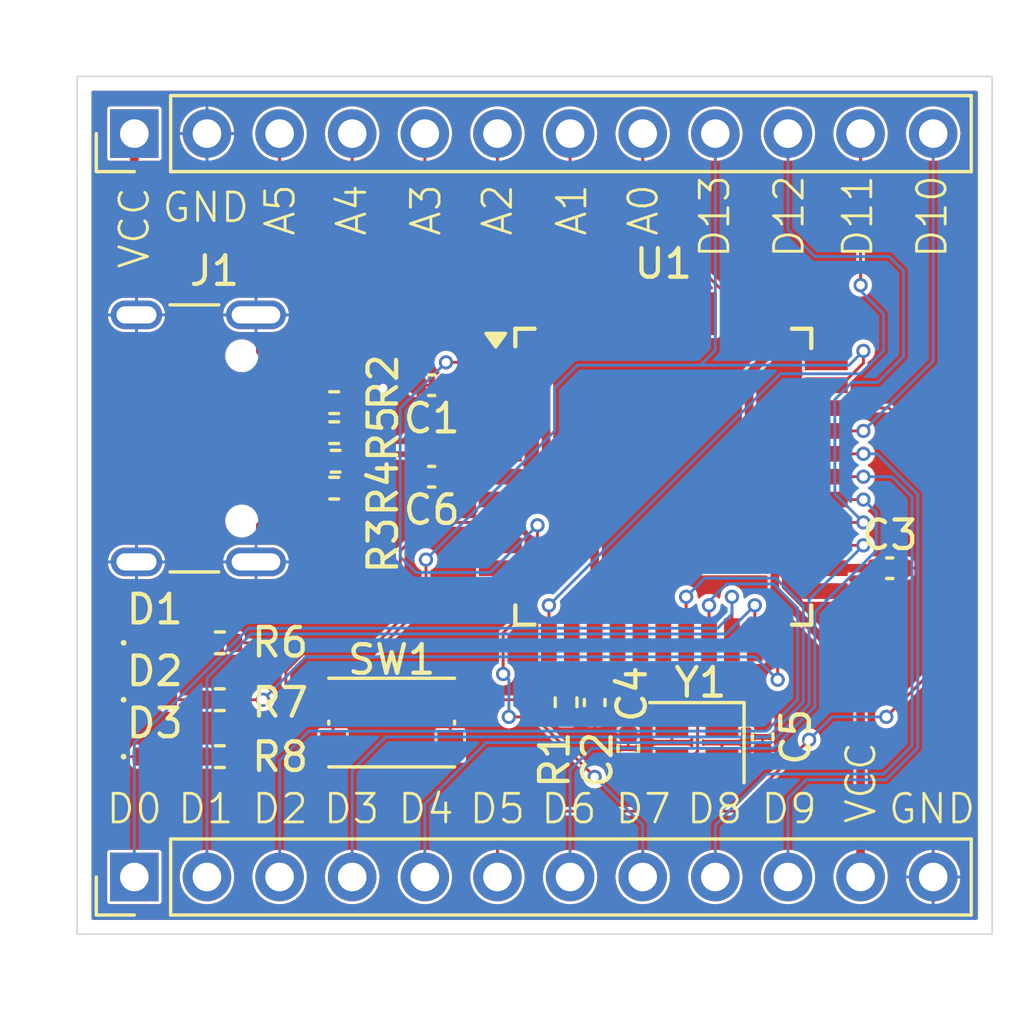
<source format=kicad_pcb>
(kicad_pcb (version 20240108) (generator "pcbnew") (generator_version "8.0")
  (layers (0 "F.Cu" signal) (31 "B.Cu" signal) (34 "B.Paste" user) (35 "F.Paste" user) (36 "B.SilkS" user "B.Silkscreen") (37 "F.SilkS" user "F.Silkscreen") (38 "B.Mask" user) (39 "F.Mask" user) (44 "Edge.Cuts" user))
  (net 0 "")
  (net 1 "VCC")
  (net 2 "GND")
  (net 3 "Net-(U1-XTAL2)")
  (net 4 "Net-(U1-XTAL1)")
  (net 5 "Net-(U1-UCAP)")
  (net 6 "Net-(D1-A)")
  (net 7 "Net-(D2-A)")
  (net 8 "Net-(D3-A)")
  (net 9 "Net-(J1-D--PadA7)")
  (net 10 "Net-(J1-D+-PadA6)")
  (net 12 "Net-(J1-CC1)")
  (net 14 "Net-(J1-CC2)")
  (net 15 "/D6")
  (net 16 "/D5")
  (net 17 "/D0")
  (net 18 "/D9")
  (net 19 "/D4")
  (net 20 "/D8")
  (net 21 "/D3")
  (net 22 "/D7")
  (net 23 "/D1")
  (net 24 "/D2")
  (net 25 "/D11")
  (net 26 "/A5")
  (net 27 "/A0")
  (net 28 "/A4")
  (net 29 "/D12")
  (net 30 "/A3")
  (net 31 "/A2")
  (net 32 "/D10")
  (net 33 "/A1")
  (net 34 "/D13")
  (net 35 "Net-(U1-~{RESET})")
  (net 36 "/D+")
  (net 37 "/D-")
  (net 38 "/RX_LED")
  (net 39 "/TX_LED")
  (footprint "LED_SMD:LED_0402_1005Metric" (layer "F.Cu") (at 42.715 46.8)
    (property "Reference" "D2" (at 0 -1 0) (layer "F.SilkS"))
    (property "Value" "BLUE")
    (pad "1" smd roundrect (at -0.485 0) (size 0.59 0.64) (layers "F.Cu" "F.Paste" "F.Mask") (net 2 "GND"))
    (pad "2" smd roundrect (at 0.485 0) (size 0.59 0.64) (layers "F.Cu" "F.Paste" "F.Mask") (net 7 "Net-(D2-A)"))
  )
  (footprint "Capacitor_SMD:C_0402_1005Metric" (layer "F.Cu") (at 63.975 48.099999 -90)
    (property "Reference" "C5" (at 0 -1.16 90) (layer "F.SilkS"))
    (property "Value" "22p")
    (pad "1" smd roundrect (at -0.48 0 270) (size 0.56 0.62) (layers "F.Cu" "F.Paste" "F.Mask") (net 4 "Net-(U1-XTAL1)"))
    (pad "2" smd roundrect (at 0.48 0 270) (size 0.56 0.62) (layers "F.Cu" "F.Paste" "F.Mask") (net 2 "GND"))
  )
  (footprint "LED_SMD:LED_0402_1005Metric" (layer "F.Cu") (at 42.715 48.79)
    (property "Reference" "D3" (at 0 -1.17 0) (layer "F.SilkS"))
    (property "Value" "BLUE")
    (pad "1" smd roundrect (at -0.485 0) (size 0.59 0.64) (layers "F.Cu" "F.Paste" "F.Mask") (net 2 "GND"))
    (pad "2" smd roundrect (at 0.485 0) (size 0.59 0.64) (layers "F.Cu" "F.Paste" "F.Mask") (net 8 "Net-(D3-A)"))
  )
  (footprint "Capacitor_SMD:C_0402_1005Metric" (layer "F.Cu") (at 58.1 46.9 -90)
    (property "Reference" "C2" (at 2 -0.1 90) (layer "F.SilkS"))
    (property "Value" "100n")
    (pad "1" smd roundrect (at -0.48 0 270) (size 0.56 0.62) (layers "F.Cu" "F.Paste" "F.Mask") (net 1 "VCC"))
    (pad "2" smd roundrect (at 0.48 0 270) (size 0.56 0.62) (layers "F.Cu" "F.Paste" "F.Mask") (net 2 "GND"))
  )
  (footprint "Connector_PinHeader_2.54mm:PinHeader_1x12_P2.54mm_Vertical" (layer "F.Cu") (at 42 53 90)
    (property "Reference" "J2" (hide yes))
    (property "Value" "Conn_01x12")
    (pad "1" thru_hole rect (at 0 0 90) (size 1.7 1.7) (drill 1) (layers "*.Cu" "*.Mask") (net 17 "/D0"))
    (pad "2" thru_hole oval (at 0 2.54 90) (size 1.7 1.7) (drill 1) (layers "*.Cu" "*.Mask") (net 23 "/D1"))
    (pad "3" thru_hole oval (at 0 5.079999 90) (size 1.7 1.7) (drill 1) (layers "*.Cu" "*.Mask") (net 24 "/D2"))
    (pad "4" thru_hole oval (at 0 7.62 90) (size 1.7 1.7) (drill 1) (layers "*.Cu" "*.Mask") (net 21 "/D3"))
    (pad "5" thru_hole oval (at 0 10.16 90) (size 1.7 1.7) (drill 1) (layers "*.Cu" "*.Mask") (net 19 "/D4"))
    (pad "6" thru_hole oval (at 0 12.7 90) (size 1.7 1.7) (drill 1) (layers "*.Cu" "*.Mask") (net 16 "/D5"))
    (pad "7" thru_hole oval (at 0 15.24 90) (size 1.7 1.7) (drill 1) (layers "*.Cu" "*.Mask") (net 15 "/D6"))
    (pad "8" thru_hole oval (at 0 17.780001 90) (size 1.7 1.7) (drill 1) (layers "*.Cu" "*.Mask") (net 22 "/D7"))
    (pad "9" thru_hole oval (at 0 20.32 90) (size 1.7 1.7) (drill 1) (layers "*.Cu" "*.Mask") (net 20 "/D8"))
    (pad "10" thru_hole oval (at 0 22.86 90) (size 1.7 1.7) (drill 1) (layers "*.Cu" "*.Mask") (net 18 "/D9"))
    (pad "11" thru_hole oval (at 0 25.4 90) (size 1.7 1.7) (drill 1) (layers "*.Cu" "*.Mask") (net 1 "VCC"))
    (pad "12" thru_hole oval (at 0 27.939999 90) (size 1.7 1.7) (drill 1) (layers "*.Cu" "*.Mask") (net 2 "GND"))
  )
  (footprint "Capacitor_SMD:C_0402_1005Metric" (layer "F.Cu") (at 52.4 39 180)
    (property "Reference" "C6" (at 0 -1.16 360) (layer "F.SilkS"))
    (property "Value" "1u")
    (pad "1" smd roundrect (at -0.48 0 180) (size 0.56 0.62) (layers "F.Cu" "F.Paste" "F.Mask") (net 5 "Net-(U1-UCAP)"))
    (pad "2" smd roundrect (at 0.48 0 180) (size 0.56 0.62) (layers "F.Cu" "F.Paste" "F.Mask") (net 2 "GND"))
  )
  (footprint "Capacitor_SMD:C_0402_1005Metric" (layer "F.Cu") (at 59.275 48.5 90)
    (property "Reference" "C4" (at 1.9 0.125 90) (layer "F.SilkS"))
    (property "Value" "22p")
    (pad "1" smd roundrect (at -0.48 0 90) (size 0.56 0.62) (layers "F.Cu" "F.Paste" "F.Mask") (net 3 "Net-(U1-XTAL2)"))
    (pad "2" smd roundrect (at 0.48 0 90) (size 0.56 0.62) (layers "F.Cu" "F.Paste" "F.Mask") (net 2 "GND"))
  )
  (footprint "Resistor_SMD:R_0402_1005Metric" (layer "F.Cu") (at 44.99 46.8 180)
    (property "Reference" "R7" (at -2.11 -0.1 360) (layer "F.SilkS"))
    (property "Value" "330")
    (pad "1" smd roundrect (at -0.509999 0 180) (size 0.54 0.64) (layers "F.Cu" "F.Paste" "F.Mask") (net 39 "/TX_LED"))
    (pad "2" smd roundrect (at 0.509999 0 180) (size 0.54 0.64) (layers "F.Cu" "F.Paste" "F.Mask") (net 7 "Net-(D2-A)"))
  )
  (footprint "Crystal:Crystal_SMD_2520-4Pin_2.5x2.0mm" (layer "F.Cu") (at 61.675 48.3 180)
    (property "Reference" "Y1" (at -0.125 2.1 360) (layer "F.SilkS"))
    (property "Value" "16M")
    (pad "1" smd rect (at -0.875 0.7 180) (size 1.15 1) (layers "F.Cu" "F.Paste" "F.Mask") (net 4 "Net-(U1-XTAL1)"))
    (pad "2" smd rect (at 0.875 0.7 180) (size 1.15 1) (layers "F.Cu" "F.Paste" "F.Mask") (net 2 "GND"))
    (pad "3" smd rect (at 0.875 -0.7 180) (size 1.15 1) (layers "F.Cu" "F.Paste" "F.Mask") (net 3 "Net-(U1-XTAL2)"))
    (pad "4" smd rect (at -0.875 -0.7 180) (size 1.15 1) (layers "F.Cu" "F.Paste" "F.Mask") (net 2 "GND"))
  )
  (footprint "Capacitor_SMD:C_0402_1005Metric" (layer "F.Cu") (at 52.4 35.8 180)
    (property "Reference" "C1" (at 0 -1.16 360) (layer "F.SilkS"))
    (property "Value" "100n")
    (pad "1" smd roundrect (at -0.48 0 180) (size 0.56 0.62) (layers "F.Cu" "F.Paste" "F.Mask") (net 1 "VCC"))
    (pad "2" smd roundrect (at 0.48 0 180) (size 0.56 0.62) (layers "F.Cu" "F.Paste" "F.Mask") (net 2 "GND"))
  )
  (footprint "Resistor_SMD:R_0402_1005Metric" (layer "F.Cu") (at 48.990001 36.409999)
    (property "Reference" "R2" (at 1.709999 -0.709999 90) (layer "F.SilkS"))
    (property "Value" "5.1k")
    (pad "1" smd roundrect (at -0.509999 0) (size 0.54 0.64) (layers "F.Cu" "F.Paste" "F.Mask") (net 12 "Net-(J1-CC1)"))
    (pad "2" smd roundrect (at 0.509999 0) (size 0.54 0.64) (layers "F.Cu" "F.Paste" "F.Mask") (net 2 "GND"))
  )
  (footprint "Connector_USB:USB_C_Receptacle_GCT_USB4105-xx-A_16P_TopMnt_Horizontal" (layer "F.Cu") (at 43.15 37.66 -90)
    (property "Reference" "J1" (at -5.86 -1.65 0) (layer "F.SilkS"))
    (property "Value" "USB_C_Receptacle_USB2.0_16P")
    (pad "" np_thru_hole circle (at -2.89 -2.605 270) (size 0.65 0.65) (drill 0.65) (layers "F&B.Cu" "*.Mask"))
    (pad "" np_thru_hole circle (at 2.89 -2.605 270) (size 0.65 0.65) (drill 0.65) (layers "F&B.Cu" "*.Mask"))
    (pad "A1" smd roundrect (at -3.2 -3.68 270) (size 0.6 1.15) (layers "F.Cu" "F.Paste" "F.Mask") (net 2 "GND"))
    (pad "A4" smd roundrect (at -2.4 -3.68 270) (size 0.6 1.15) (layers "F.Cu" "F.Paste" "F.Mask") (net 1 "VCC"))
    (pad "A5" smd roundrect (at -1.25 -3.679999 270) (size 0.3 1.15) (layers "F.Cu" "F.Paste" "F.Mask") (net 12 "Net-(J1-CC1)"))
    (pad "A6" smd roundrect (at -0.25 -3.68 270) (size 0.3 1.15) (layers "F.Cu" "F.Paste" "F.Mask") (net 10 "Net-(J1-D+-PadA6)"))
    (pad "A7" smd roundrect (at 0.25 -3.68 270) (size 0.3 1.15) (layers "F.Cu" "F.Paste" "F.Mask") (net 9 "Net-(J1-D--PadA7)"))
    (pad "A8" smd roundrect (at 1.25 -3.679999 270) (size 0.3 1.15) (layers "F.Cu" "F.Paste" "F.Mask"))
    (pad "A9" smd roundrect (at 2.4 -3.68 270) (size 0.6 1.15) (layers "F.Cu" "F.Paste" "F.Mask") (net 1 "VCC"))
    (pad "A12" smd roundrect (at 3.2 -3.68 270) (size 0.6 1.15) (layers "F.Cu" "F.Paste" "F.Mask") (net 2 "GND"))
    (pad "B1" smd roundrect (at 3.2 -3.68 270) (size 0.6 1.15) (layers "F.Cu" "F.Paste" "F.Mask") (net 2 "GND"))
    (pad "B4" smd roundrect (at 2.4 -3.68 270) (size 0.6 1.15) (layers "F.Cu" "F.Paste" "F.Mask") (net 1 "VCC"))
    (pad "B5" smd roundrect (at 1.75 -3.68 270) (size 0.3 1.15) (layers "F.Cu" "F.Paste" "F.Mask") (net 14 "Net-(J1-CC2)"))
    (pad "B6" smd roundrect (at 0.75 -3.68 270) (size 0.3 1.15) (layers "F.Cu" "F.Paste" "F.Mask") (net 10 "Net-(J1-D+-PadA6)"))
    (pad "B7" smd roundrect (at -0.75 -3.68 270) (size 0.3 1.15) (layers "F.Cu" "F.Paste" "F.Mask") (net 9 "Net-(J1-D--PadA7)"))
    (pad "B8" smd roundrect (at -1.75 -3.68 270) (size 0.3 1.15) (layers "F.Cu" "F.Paste" "F.Mask"))
    (pad "B9" smd roundrect (at -2.4 -3.68 270) (size 0.6 1.15) (layers "F.Cu" "F.Paste" "F.Mask") (net 1 "VCC"))
    (pad "B12" smd roundrect (at -3.2 -3.68 270) (size 0.6 1.15) (layers "F.Cu" "F.Paste" "F.Mask") (net 2 "GND"))
    (pad "S1" thru_hole oval (at -4.32 -3.105 270) (size 1 2.1) (drill oval 0.6 1.7) (layers "*.Cu" "*.Mask" "F.Paste") (net 2 "GND"))
    (pad "S1" thru_hole oval (at -4.32 1.075 270) (size 1 1.8) (drill oval 0.6 1.4) (layers "*.Cu" "*.Mask" "F.Paste") (net 2 "GND"))
    (pad "S1" thru_hole oval (at 4.32 -3.105 270) (size 1 2.1) (drill oval 0.6 1.7) (layers "*.Cu" "*.Mask" "F.Paste") (net 2 "GND"))
    (pad "S1" thru_hole oval (at 4.32 1.075 270) (size 1 1.8) (drill oval 0.6 1.4) (layers "*.Cu" "*.Mask" "F.Paste") (net 2 "GND"))
  )
  (footprint "Resistor_SMD:R_0402_1005Metric" (layer "F.Cu") (at 57.1 46.890001 -90)
    (property "Reference" "R1" (at 2.009999 0.4 90) (layer "F.SilkS"))
    (property "Value" "10k")
    (pad "1" smd roundrect (at -0.509999 0 270) (size 0.54 0.64) (layers "F.Cu" "F.Paste" "F.Mask") (net 35 "Net-(U1-~{RESET})"))
    (pad "2" smd roundrect (at 0.509999 0 270) (size 0.54 0.64) (layers "F.Cu" "F.Paste" "F.Mask") (net 1 "VCC"))
  )
  (footprint "Resistor_SMD:R_0402_1005Metric" (layer "F.Cu") (at 44.99 44.81 180)
    (property "Reference" "R6" (at -2.11 0.01 360) (layer "F.SilkS"))
    (property "Value" "330")
    (pad "1" smd roundrect (at -0.509999 0 180) (size 0.54 0.64) (layers "F.Cu" "F.Paste" "F.Mask") (net 38 "/RX_LED"))
    (pad "2" smd roundrect (at 0.509999 0 180) (size 0.54 0.64) (layers "F.Cu" "F.Paste" "F.Mask") (net 6 "Net-(D1-A)"))
  )
  (footprint "Capacitor_SMD:C_0402_1005Metric" (layer "F.Cu") (at 68.42 42.2)
    (property "Reference" "C3" (at 0 -1.16 0) (layer "F.SilkS"))
    (property "Value" "100n")
    (pad "1" smd roundrect (at -0.48 0) (size 0.56 0.62) (layers "F.Cu" "F.Paste" "F.Mask") (net 1 "VCC"))
    (pad "2" smd roundrect (at 0.48 0) (size 0.56 0.62) (layers "F.Cu" "F.Paste" "F.Mask") (net 2 "GND"))
  )
  (footprint "Resistor_SMD:R_0402_1005Metric" (layer "F.Cu") (at 48.990001 37.46)
    (property "Reference" "R5" (at 1.709999 0.04 90) (layer "F.SilkS"))
    (property "Value" "22")
    (pad "1" smd roundrect (at -0.509999 0) (size 0.54 0.64) (layers "F.Cu" "F.Paste" "F.Mask") (net 10 "Net-(J1-D+-PadA6)"))
    (pad "2" smd roundrect (at 0.509999 0) (size 0.54 0.64) (layers "F.Cu" "F.Paste" "F.Mask") (net 37 "/D-"))
  )
  (footprint "Package_QFP:TQFP-44_10x10mm_P0.8mm" (layer "F.Cu") (at 60.5 39)
    (property "Reference" "U1" (at 0 -7.45 0) (layer "F.SilkS"))
    (property "Value" "ATmega32U4-A")
    (pad "1" smd rect (at -5.7 -4) (size 1.5 0.55) (layers "F.Cu" "F.Paste" "F.Mask") (net 22 "/D7"))
    (pad "2" smd rect (at -5.7 -3.2) (size 1.5 0.55) (layers "F.Cu" "F.Paste" "F.Mask") (net 1 "VCC"))
    (pad "3" smd rect (at -5.7 -2.4) (size 1.5 0.55) (layers "F.Cu" "F.Paste" "F.Mask") (net 37 "/D-"))
    (pad "4" smd rect (at -5.7 -1.6) (size 1.5 0.55) (layers "F.Cu" "F.Paste" "F.Mask") (net 36 "/D+"))
    (pad "5" smd rect (at -5.7 -0.8) (size 1.5 0.55) (layers "F.Cu" "F.Paste" "F.Mask") (net 2 "GND"))
    (pad "6" smd rect (at -5.7 0) (size 1.5 0.55) (layers "F.Cu" "F.Paste" "F.Mask") (net 5 "Net-(U1-UCAP)"))
    (pad "7" smd rect (at -5.7 0.8) (size 1.5 0.55) (layers "F.Cu" "F.Paste" "F.Mask") (net 1 "VCC"))
    (pad "8" smd rect (at -5.7 1.6) (size 1.5 0.55) (layers "F.Cu" "F.Paste" "F.Mask") (net 38 "/RX_LED"))
    (pad "9" smd rect (at -5.7 2.4) (size 1.5 0.55) (layers "F.Cu" "F.Paste" "F.Mask"))
    (pad "10" smd rect (at -5.7 3.2) (size 1.5 0.55) (layers "F.Cu" "F.Paste" "F.Mask"))
    (pad "11" smd rect (at -5.7 4) (size 1.5 0.55) (layers "F.Cu" "F.Paste" "F.Mask"))
    (pad "12" smd rect (at -4 5.7 90) (size 1.5 0.55) (layers "F.Cu" "F.Paste" "F.Mask") (net 25 "/D11"))
    (pad "13" smd rect (at -3.2 5.7 90) (size 1.5 0.55) (layers "F.Cu" "F.Paste" "F.Mask") (net 35 "Net-(U1-~{RESET})"))
    (pad "14" smd rect (at -2.4 5.7 90) (size 1.5 0.55) (layers "F.Cu" "F.Paste" "F.Mask") (net 1 "VCC"))
    (pad "15" smd rect (at -1.6 5.7 90) (size 1.5 0.55) (layers "F.Cu" "F.Paste" "F.Mask") (net 2 "GND"))
    (pad "16" smd rect (at -0.8 5.7 90) (size 1.5 0.55) (layers "F.Cu" "F.Paste" "F.Mask") (net 3 "Net-(U1-XTAL2)"))
    (pad "17" smd rect (at 0 5.7 90) (size 1.5 0.55) (layers "F.Cu" "F.Paste" "F.Mask") (net 4 "Net-(U1-XTAL1)"))
    (pad "18" smd rect (at 0.8 5.7 90) (size 1.5 0.55) (layers "F.Cu" "F.Paste" "F.Mask") (net 21 "/D3"))
    (pad "19" smd rect (at 1.6 5.7 90) (size 1.5 0.55) (layers "F.Cu" "F.Paste" "F.Mask") (net 24 "/D2"))
    (pad "20" smd rect (at 2.4 5.7 90) (size 1.5 0.55) (layers "F.Cu" "F.Paste" "F.Mask") (net 17 "/D0"))
    (pad "21" smd rect (at 3.2 5.7 90) (size 1.5 0.55) (layers "F.Cu" "F.Paste" "F.Mask") (net 23 "/D1"))
    (pad "22" smd rect (at 4 5.7 90) (size 1.5 0.55) (layers "F.Cu" "F.Paste" "F.Mask") (net 39 "/TX_LED"))
    (pad "23" smd rect (at 5.7 4) (size 1.5 0.55) (layers "F.Cu" "F.Paste" "F.Mask") (net 2 "GND"))
    (pad "24" smd rect (at 5.7 3.2) (size 1.5 0.55) (layers "F.Cu" "F.Paste" "F.Mask") (net 1 "VCC"))
    (pad "25" smd rect (at 5.7 2.4) (size 1.5 0.55) (layers "F.Cu" "F.Paste" "F.Mask") (net 19 "/D4"))
    (pad "26" smd rect (at 5.7 1.6) (size 1.5 0.55) (layers "F.Cu" "F.Paste" "F.Mask") (net 29 "/D12"))
    (pad "27" smd rect (at 5.7 0.8) (size 1.5 0.55) (layers "F.Cu" "F.Paste" "F.Mask") (net 15 "/D6"))
    (pad "28" smd rect (at 5.7 0) (size 1.5 0.55) (layers "F.Cu" "F.Paste" "F.Mask") (net 20 "/D8"))
    (pad "29" smd rect (at 5.7 -0.8) (size 1.5 0.55) (layers "F.Cu" "F.Paste" "F.Mask") (net 18 "/D9"))
    (pad "30" smd rect (at 5.7 -1.6) (size 1.5 0.55) (layers "F.Cu" "F.Paste" "F.Mask") (net 32 "/D10"))
    (pad "31" smd rect (at 5.7 -2.4) (size 1.5 0.55) (layers "F.Cu" "F.Paste" "F.Mask") (net 16 "/D5"))
    (pad "32" smd rect (at 5.7 -3.2) (size 1.5 0.55) (layers "F.Cu" "F.Paste" "F.Mask") (net 34 "/D13"))
    (pad "33" smd rect (at 5.7 -4) (size 1.5 0.55) (layers "F.Cu" "F.Paste" "F.Mask"))
    (pad "34" smd rect (at 4 -5.7 90) (size 1.5 0.55) (layers "F.Cu" "F.Paste" "F.Mask") (net 1 "VCC"))
    (pad "35" smd rect (at 3.2 -5.7 90) (size 1.5 0.55) (layers "F.Cu" "F.Paste" "F.Mask") (net 2 "GND"))
    (pad "36" smd rect (at 2.4 -5.7 90) (size 1.5 0.55) (layers "F.Cu" "F.Paste" "F.Mask") (net 27 "/A0"))
    (pad "37" smd rect (at 1.6 -5.7 90) (size 1.5 0.55) (layers "F.Cu" "F.Paste" "F.Mask") (net 33 "/A1"))
    (pad "38" smd rect (at 0.8 -5.7 90) (size 1.5 0.55) (layers "F.Cu" "F.Paste" "F.Mask") (net 31 "/A2"))
    (pad "39" smd rect (at 0 -5.7 90) (size 1.5 0.55) (layers "F.Cu" "F.Paste" "F.Mask") (net 30 "/A3"))
    (pad "40" smd rect (at -0.8 -5.7 90) (size 1.5 0.55) (layers "F.Cu" "F.Paste" "F.Mask") (net 28 "/A4"))
    (pad "41" smd rect (at -1.6 -5.7 90) (size 1.5 0.55) (layers "F.Cu" "F.Paste" "F.Mask") (net 26 "/A5"))
    (pad "42" smd rect (at -2.4 -5.7 90) (size 1.5 0.55) (layers "F.Cu" "F.Paste" "F.Mask"))
    (pad "43" smd rect (at -3.2 -5.7 90) (size 1.5 0.55) (layers "F.Cu" "F.Paste" "F.Mask") (net 2 "GND"))
    (pad "44" smd rect (at -4 -5.7 90) (size 1.5 0.55) (layers "F.Cu" "F.Paste" "F.Mask") (net 1 "VCC"))
  )
  (footprint "Button_Switch_SMD:SW_Push_1P1T_NO_CK_KMR2" (layer "F.Cu") (at 51 47.6 180)
    (property "Reference" "SW1" (at 0 2.2 360) (layer "F.SilkS"))
    (property "Value" "SW_Push")
    (pad "1" smd rect (at -2.049999 -0.8 180) (size 0.9 1) (layers "F.Cu" "F.Paste" "F.Mask") (net 2 "GND"))
    (pad "1" smd rect (at 2.049999 -0.8 180) (size 0.9 1) (layers "F.Cu" "F.Paste" "F.Mask") (net 2 "GND"))
    (pad "2" smd rect (at -2.049999 0.8 180) (size 0.9 1) (layers "F.Cu" "F.Paste" "F.Mask") (net 35 "Net-(U1-~{RESET})"))
    (pad "2" smd rect (at 2.049999 0.8 180) (size 0.9 1) (layers "F.Cu" "F.Paste" "F.Mask") (net 35 "Net-(U1-~{RESET})"))
  )
  (footprint "Connector_PinHeader_2.54mm:PinHeader_1x12_P2.54mm_Vertical" (layer "F.Cu") (at 42 27 90)
    (property "Reference" "J3" (hide yes))
    (property "Value" "Conn_01x12")
    (pad "1" thru_hole rect (at 0 0 90) (size 1.7 1.7) (drill 1) (layers "*.Cu" "*.Mask") (net 1 "VCC"))
    (pad "2" thru_hole oval (at 0 2.54 90) (size 1.7 1.7) (drill 1) (layers "*.Cu" "*.Mask") (net 2 "GND"))
    (pad "3" thru_hole oval (at 0 5.079999 90) (size 1.7 1.7) (drill 1) (layers "*.Cu" "*.Mask") (net 26 "/A5"))
    (pad "4" thru_hole oval (at 0 7.62 90) (size 1.7 1.7) (drill 1) (layers "*.Cu" "*.Mask") (net 28 "/A4"))
    (pad "5" thru_hole oval (at 0 10.16 90) (size 1.7 1.7) (drill 1) (layers "*.Cu" "*.Mask") (net 30 "/A3"))
    (pad "6" thru_hole oval (at 0 12.7 90) (size 1.7 1.7) (drill 1) (layers "*.Cu" "*.Mask") (net 31 "/A2"))
    (pad "7" thru_hole oval (at 0 15.24 90) (size 1.7 1.7) (drill 1) (layers "*.Cu" "*.Mask") (net 33 "/A1"))
    (pad "8" thru_hole oval (at 0 17.780001 90) (size 1.7 1.7) (drill 1) (layers "*.Cu" "*.Mask") (net 27 "/A0"))
    (pad "9" thru_hole oval (at 0 20.32 90) (size 1.7 1.7) (drill 1) (layers "*.Cu" "*.Mask") (net 34 "/D13"))
    (pad "10" thru_hole oval (at 0 22.86 90) (size 1.7 1.7) (drill 1) (layers "*.Cu" "*.Mask") (net 29 "/D12"))
    (pad "11" thru_hole oval (at 0 25.4 90) (size 1.7 1.7) (drill 1) (layers "*.Cu" "*.Mask") (net 25 "/D11"))
    (pad "12" thru_hole oval (at 0 27.939999 90) (size 1.7 1.7) (drill 1) (layers "*.Cu" "*.Mask") (net 32 "/D10"))
  )
  (footprint "Resistor_SMD:R_0402_1005Metric" (layer "F.Cu") (at 49.04 38.46)
    (property "Reference" "R4" (at 1.66 0.94 90) (layer "F.SilkS"))
    (property "Value" "22")
    (pad "1" smd roundrect (at -0.509999 0) (size 0.54 0.64) (layers "F.Cu" "F.Paste" "F.Mask") (net 9 "Net-(J1-D--PadA7)"))
    (pad "2" smd roundrect (at 0.509999 0) (size 0.54 0.64) (layers "F.Cu" "F.Paste" "F.Mask") (net 36 "/D+"))
  )
  (footprint "LED_SMD:LED_0402_1005Metric" (layer "F.Cu") (at 42.715 44.81)
    (property "Reference" "D1" (at 0 -1.17 0) (layer "F.SilkS"))
    (property "Value" "BLUE")
    (pad "1" smd roundrect (at -0.485 0) (size 0.59 0.64) (layers "F.Cu" "F.Paste" "F.Mask") (net 2 "GND"))
    (pad "2" smd roundrect (at 0.485 0) (size 0.59 0.64) (layers "F.Cu" "F.Paste" "F.Mask") (net 6 "Net-(D1-A)"))
  )
  (footprint "Resistor_SMD:R_0402_1005Metric" (layer "F.Cu") (at 44.99 48.79 180)
    (property "Reference" "R8" (at -2.11 -0.01 360) (layer "F.SilkS"))
    (property "Value" "330")
    (pad "1" smd roundrect (at -0.509999 0 180) (size 0.54 0.64) (layers "F.Cu" "F.Paste" "F.Mask") (net 34 "/D13"))
    (pad "2" smd roundrect (at 0.509999 0 180) (size 0.54 0.64) (layers "F.Cu" "F.Paste" "F.Mask") (net 8 "Net-(D3-A)"))
  )
  (footprint "Resistor_SMD:R_0402_1005Metric" (layer "F.Cu") (at 48.990001 39.4)
    (property "Reference" "R3" (at 1.709999 2 90) (layer "F.SilkS"))
    (property "Value" "5.1k")
    (pad "1" smd roundrect (at -0.509999 0) (size 0.54 0.64) (layers "F.Cu" "F.Paste" "F.Mask") (net 14 "Net-(J1-CC2)"))
    (pad "2" smd roundrect (at 0.509999 0) (size 0.54 0.64) (layers "F.Cu" "F.Paste" "F.Mask") (net 2 "GND"))
  )
  (gr_rect (start 40 25) (end 72 55) (stroke (width 0.05)) (fill none) (layer "Edge.Cuts"))
  (gr_text "D10" (at 69.9 29.9 90) (layer "F.SilkS") (effects (font (size 1 1) (thickness 0.1))))
  (gr_text "GND" (at 44.5 29 0) (layer "F.SilkS") (effects (font (size 1 1) (thickness 0.1)) (justify top)))
  (gr_text "VCC" (at 68 49.7 90) (layer "F.SilkS") (effects (font (size 1 1) (thickness 0.1)) (justify bottom)))
  (gr_text "D0" (at 42 51.2 0) (layer "F.SilkS") (effects (font (size 1 1) (thickness 0.1)) (justify bottom)))
  (gr_text "A0" (at 59.8 28.7 90) (layer "F.SilkS") (effects (font (size 1 1) (thickness 0.1)) (justify right)))
  (gr_text "A4" (at 49.6 28.7 90) (layer "F.SilkS") (effects (font (size 1 1) (thickness 0.1)) (justify right)))
  (gr_text "D11" (at 67.3 29.9 90) (layer "F.SilkS") (effects (font (size 1 1) (thickness 0.1))))
  (gr_text "D13" (at 62.3 29.9 90) (layer "F.SilkS") (effects (font (size 1 1) (thickness 0.1))))
  (gr_text "D12" (at 64.9 29.9 90) (layer "F.SilkS") (effects (font (size 1 1) (thickness 0.1))))
  (gr_text "VCC" (at 42 28.8 90) (layer "F.SilkS") (effects (font (size 1 1) (thickness 0.1)) (justify right)))
  (gr_text "D7" (at 59.8 51.2 0) (layer "F.SilkS") (effects (font (size 1 1) (thickness 0.1)) (justify bottom)))
  (gr_text "D3" (at 49.6 51.2 0) (layer "F.SilkS") (effects (font (size 1 1) (thickness 0.1)) (justify bottom)))
  (gr_text "A3" (at 52.2 28.7 90) (layer "F.SilkS") (effects (font (size 1 1) (thickness 0.1)) (justify right)))
  (gr_text "D1" (at 44.5 51.2 0) (layer "F.SilkS") (effects (font (size 1 1) (thickness 0.1)) (justify bottom)))
  (gr_text "A1" (at 57.3 28.7 90) (layer "F.SilkS") (effects (font (size 1 1) (thickness 0.1)) (justify right)))
  (gr_text "A2" (at 54.7 28.7 90) (layer "F.SilkS") (effects (font (size 1 1) (thickness 0.1)) (justify right)))
  (gr_text "D4" (at 52.2 51.2 0) (layer "F.SilkS") (effects (font (size 1 1) (thickness 0.1)) (justify bottom)))
  (gr_text "GND" (at 69.9 51.2 0) (layer "F.SilkS") (effects (font (size 1 1) (thickness 0.1)) (justify bottom)))
  (gr_text "D2" (at 47.1 51.2 0) (layer "F.SilkS") (effects (font (size 1 1) (thickness 0.1)) (justify bottom)))
  (gr_text "D5" (at 54.7 51.2 0) (layer "F.SilkS") (effects (font (size 1 1) (thickness 0.1)) (justify bottom)))
  (gr_text "D8" (at 62.3 51.2 0) (layer "F.SilkS") (effects (font (size 1 1) (thickness 0.1)) (justify bottom)))
  (gr_text "D6" (at 57.2 51.2 0) (layer "F.SilkS") (effects (font (size 1 1) (thickness 0.1)) (justify bottom)))
  (gr_text "A5" (at 47.1 28.7 90) (layer "F.SilkS") (effects (font (size 1 1) (thickness 0.1)) (justify right)))
  (gr_text "D9" (at 64.9 51.2 0) (layer "F.SilkS") (effects (font (size 1 1) (thickness 0.1)) (justify bottom)))
  (segment (start 58.1 40.95) (end 56.4 39.25) (width 0.3) (layer "F.Cu") (net 1))
  (segment (start 67.4 46) (end 64.4 43) (width 0.3) (layer "F.Cu") (net 1))
  (segment (start 49.94 35.26) (end 50.9 34.3) (width 0.3) (layer "F.Cu") (net 1))
  (segment (start 55.85 39.8) (end 56.4 39.25) (width 0.3) (layer "F.Cu") (net 1))
  (segment (start 63.5 42.2) (end 58.1 42.2) (width 0.3) (layer "F.Cu") (net 1))
  (segment (start 54.8 39.8) (end 55.85 39.8) (width 0.3) (layer "F.Cu") (net 1))
  (segment (start 58.1 46.42) (end 58.1 44.7) (width 0.3) (layer "F.Cu") (net 1))
  (segment (start 45.550305 36) (end 46.290305 35.26) (width 0.3) (layer "F.Cu") (net 1))
  (segment (start 45.3 38.916698) (end 45.3 36) (width 0.3) (layer "F.Cu") (net 1))
  (segment (start 58.08 46.42) (end 57.1 47.4) (width 0.3) (layer "F.Cu") (net 1))
  (segment (start 56.4 35.4) (end 56 35.8) (width 0.3) (layer "F.Cu") (net 1))
  (segment (start 46.83 35.26) (end 49.94 35.26) (width 0.3) (layer "F.Cu") (net 1))
  (segment (start 45.3 36) (end 45.550305 36) (width 0.3) (layer "F.Cu") (net 1))
  (segment (start 58.1 42.2) (end 58.1 40.95) (width 0.3) (layer "F.Cu") (net 1))
  (segment (start 66.2 42.2) (end 64.4 42.2) (width 0.3) (layer "F.Cu") (net 1))
  (segment (start 42 29.6) (end 42 27) (width 0.3) (layer "F.Cu") (net 1))
  (segment (start 63.5 35.4) (end 63.5 42.2) (width 0.3) (layer "F.Cu") (net 1))
  (segment (start 55.9 34.3) (end 56.4 34.8) (width 0.3) (layer "F.Cu") (net 1))
  (segment (start 64.5 33.3) (end 64.5 34.4) (width 0.3) (layer "F.Cu") (net 1))
  (segment (start 56 35.8) (end 54.8 35.8) (width 0.3) (layer "F.Cu") (net 1))
  (segment (start 64.4 42.2) (end 63.5 42.2) (width 0.3) (layer "F.Cu") (net 1))
  (segment (start 64.5 34.4) (end 63.5 35.4) (width 0.3) (layer "F.Cu") (net 1))
  (segment (start 56.4 34.8) (end 56.4 35.4) (width 0.3) (layer "F.Cu") (net 1))
  (segment (start 58.1 46.42) (end 58.08 46.42) (width 0.3) (layer "F.Cu") (net 1))
  (segment (start 44.1 31.7) (end 42 29.6) (width 0.3) (layer "F.Cu") (net 1))
  (segment (start 50.9 34.3) (end 55.9 34.3) (width 0.3) (layer "F.Cu") (net 1))
  (segment (start 58.1 44.7) (end 58.1 42.2) (width 0.3) (layer "F.Cu") (net 1))
  (segment (start 46.290305 35.26) (end 46.83 35.26) (width 0.3) (layer "F.Cu") (net 1))
  (segment (start 64.4 43) (end 64.4 42.2) (width 0.3) (layer "F.Cu") (net 1))
  (segment (start 56.4 39.25) (end 56.4 35.4) (width 0.3) (layer "F.Cu") (net 1))
  (segment (start 44.1 34.8) (end 44.1 31.7) (width 0.3) (layer "F.Cu") (net 1))
  (segment (start 52.88 35.8) (end 54.8 35.8) (width 0.3) (layer "F.Cu") (net 1))
  (segment (start 46.83 40.06) (end 46.443302 40.06) (width 0.3) (layer "F.Cu") (net 1))
  (segment (start 56.5 34.7) (end 56.4 34.8) (width 0.3) (layer "F.Cu") (net 1))
  (segment (start 45.3 36) (end 44.1 34.8) (width 0.3) (layer "F.Cu") (net 1))
  (segment (start 67.94 42.2) (end 66.2 42.2) (width 0.3) (layer "F.Cu") (net 1))
  (segment (start 67.4 53) (end 67.4 46) (width 0.3) (layer "F.Cu") (net 1))
  (segment (start 46.443302 40.06) (end 45.3 38.916698) (width 0.3) (layer "F.Cu") (net 1))
  (segment (start 56.5 33.3) (end 56.5 34.7) (width 0.3) (layer "F.Cu") (net 1))
  (via (at 50.7 35.9) (size 0.5) (drill 0.3) (layers "F.Cu" "B.Cu") (net 2))
  (segment (start 59.7 44.7) (end 59.7 45.9) (width 0.1) (layer "F.Cu") (net 3))
  (segment (start 59.7 45.9) (end 60.3 46.5) (width 0.1) (layer "F.Cu") (net 3))
  (segment (start 60.7 49) (end 60.68 48.98) (width 0.1) (layer "F.Cu") (net 3))
  (segment (start 60.8 49) (end 60.7 49) (width 0.1) (layer "F.Cu") (net 3))
  (segment (start 60.3 46.5) (end 61.3 46.5) (width 0.1) (layer "F.Cu") (net 3))
  (segment (start 61.3 46.5) (end 61.7 46.9) (width 0.1) (layer "F.Cu") (net 3))
  (segment (start 60.68 48.98) (end 59.275 48.98) (width 0.1) (layer "F.Cu") (net 3))
  (segment (start 61.7 48.6) (end 61.3 49) (width 0.1) (layer "F.Cu") (net 3))
  (segment (start 61.3 49) (end 60.8 49) (width 0.1) (layer "F.Cu") (net 3))
  (segment (start 61.7 46.9) (end 61.7 48.6) (width 0.1) (layer "F.Cu") (net 3))
  (segment (start 60.5 45.9) (end 60.5 44.7) (width 0.1) (layer "F.Cu") (net 4))
  (segment (start 61.7 46.1) (end 60.7 46.1) (width 0.1) (layer "F.Cu") (net 4))
  (segment (start 62.569999 47.619999) (end 62.55 47.6) (width 0.1) (layer "F.Cu") (net 4))
  (segment (start 62.55 46.95) (end 61.7 46.1) (width 0.1) (layer "F.Cu") (net 4))
  (segment (start 60.7 46.1) (end 60.5 45.9) (width 0.1) (layer "F.Cu") (net 4))
  (segment (start 62.55 47.6) (end 62.55 46.95) (width 0.1) (layer "F.Cu") (net 4))
  (segment (start 63.975 47.619999) (end 62.569999 47.619999) (width 0.1) (layer "F.Cu") (net 4))
  (segment (start 52.88 39) (end 54.8 39) (width 0.2) (layer "F.Cu") (net 5))
  (segment (start 43.2 44.81) (end 44.480001 44.81) (width 0.1) (layer "F.Cu") (net 6))
  (segment (start 43.2 46.8) (end 44.480001 46.8) (width 0.1) (layer "F.Cu") (net 7))
  (segment (start 43.2 48.79) (end 44.480001 48.79) (width 0.1) (layer "F.Cu") (net 8))
  (segment (start 48.530001 38.46) (end 47.980001 37.91) (width 0.1) (layer "F.Cu") (net 9))
  (segment (start 48.9 38.46) (end 48.530001 38.46) (width 0.1) (layer "F.Cu") (net 9))
  (segment (start 46.83 36.91) (end 48.81 36.91) (width 0.1) (layer "F.Cu") (net 9))
  (segment (start 49 38.36) (end 48.9 38.46) (width 0.1) (layer "F.Cu") (net 9))
  (segment (start 48.81 36.91) (end 49 37.1) (width 0.1) (layer "F.Cu") (net 9))
  (segment (start 49 37.1) (end 49 38.36) (width 0.1) (layer "F.Cu") (net 9))
  (segment (start 47.980001 37.91) (end 46.83 37.91) (width 0.1) (layer "F.Cu") (net 9))
  (segment (start 46.255001 37.41) (end 46.105 37.560001) (width 0.1) (layer "F.Cu") (net 10))
  (segment (start 48.430002 37.41) (end 48.480002 37.46) (width 0.1) (layer "F.Cu") (net 10))
  (segment (start 46.105 38.259999) (end 46.255001 38.41) (width 0.1) (layer "F.Cu") (net 10))
  (segment (start 46.83 37.41) (end 46.255001 37.41) (width 0.1) (layer "F.Cu") (net 10))
  (segment (start 46.255001 38.41) (end 46.83 38.41) (width 0.1) (layer "F.Cu") (net 10))
  (segment (start 46.105 37.560001) (end 46.105 38.259999) (width 0.1) (layer "F.Cu") (net 10))
  (segment (start 46.83 37.41) (end 48.430002 37.41) (width 0.1) (layer "F.Cu") (net 10))
  (segment (start 48.480001 36.41) (end 48.480002 36.409999) (width 0.1) (layer "F.Cu") (net 12))
  (segment (start 46.829999 36.41) (end 48.480001 36.41) (width 0.1) (layer "F.Cu") (net 12))
  (segment (start 46.83 39.41) (end 48.470002 39.41) (width 0.1) (layer "F.Cu") (net 14))
  (segment (start 48.470002 39.41) (end 48.480002 39.4) (width 0.1) (layer "F.Cu") (net 14))
  (segment (start 66.2 39.8) (end 67.5 39.8) (width 0.1) (layer "F.Cu") (net 15))
  (via (at 67.5 39.8) (size 0.5) (drill 0.3) (layers "F.Cu" "B.Cu") (net 15))
  (segment (start 67.5 39.8) (end 67.95 40.25) (width 0.1) (layer "B.Cu") (net 15))
  (segment (start 57.24 49.26) (end 57.24 53) (width 0.1) (layer "B.Cu") (net 15))
  (segment (start 65.8 43.736397) (end 65.8 47.048529) (width 0.1) (layer "B.Cu") (net 15))
  (segment (start 67.95 41.586397) (end 65.8 43.736397) (width 0.1) (layer "B.Cu") (net 15))
  (segment (start 64.348529 48.5) (end 58 48.5) (width 0.1) (layer "B.Cu") (net 15))
  (segment (start 67.95 40.25) (end 67.95 41.586397) (width 0.1) (layer "B.Cu") (net 15))
  (segment (start 65.8 47.048529) (end 64.348529 48.5) (width 0.1) (layer "B.Cu") (net 15))
  (segment (start 58 48.5) (end 57.24 49.26) (width 0.1) (layer "B.Cu") (net 15))
  (segment (start 67.5 36.6) (end 68.4 36.6) (width 0.1) (layer "F.Cu") (net 16))
  (segment (start 69.9 45.8) (end 68.3 47.4) (width 0.1) (layer "F.Cu") (net 16))
  (segment (start 66.2 36.6) (end 67.5 36.6) (width 0.1) (layer "F.Cu") (net 16))
  (segment (start 63.1 50.7) (end 55.3 50.7) (width 0.1) (layer "F.Cu") (net 16))
  (segment (start 69.9 38.1) (end 69.9 45.8) (width 0.1) (layer "F.Cu") (net 16))
  (segment (start 68.4 36.6) (end 69.9 38.1) (width 0.1) (layer "F.Cu") (net 16))
  (segment (start 54.7 51.3) (end 54.7 53) (width 0.1) (layer "F.Cu") (net 16))
  (segment (start 65.6 48.2) (end 63.1 50.7) (width 0.1) (layer "F.Cu") (net 16))
  (segment (start 55.3 50.7) (end 54.7 51.3) (width 0.1) (layer "F.Cu") (net 16))
  (via (at 68.3 47.4) (size 0.5) (drill 0.3) (layers "F.Cu" "B.Cu") (net 16))
  (via (at 65.6 48.2) (size 0.5) (drill 0.3) (layers "F.Cu" "B.Cu") (net 16))
  (segment (start 68.3 47.4) (end 66.4 47.4) (width 0.1) (layer "B.Cu") (net 16))
  (segment (start 66.4 47.4) (end 65.6 48.2) (width 0.1) (layer "B.Cu") (net 16))
  (segment (start 62.9 44.7) (end 62.9 43.2) (width 0.1) (layer "F.Cu") (net 17))
  (via (at 62.9 43.2) (size 0.5) (drill 0.3) (layers "F.Cu" "B.Cu") (net 17))
  (segment (start 46 44.3) (end 62.4 44.3) (width 0.1) (layer "B.Cu") (net 17))
  (segment (start 42 48.3) (end 46 44.3) (width 0.1) (layer "B.Cu") (net 17))
  (segment (start 62.4 44.3) (end 62.9 43.8) (width 0.1) (layer "B.Cu") (net 17))
  (segment (start 42 53) (end 42 48.3) (width 0.1) (layer "B.Cu") (net 17))
  (segment (start 62.9 43.8) (end 62.9 43.2) (width 0.1) (layer "B.Cu") (net 17))
  (segment (start 66.2 38.2) (end 67.5 38.2) (width 0.1) (layer "F.Cu") (net 18))
  (via (at 67.5 38.2) (size 0.5) (drill 0.3) (layers "F.Cu" "B.Cu") (net 18))
  (segment (start 64.86 50.24) (end 64.86 53) (width 0.1) (layer "B.Cu") (net 18))
  (segment (start 69.4 48.482843) (end 68.282843 49.6) (width 0.1) (layer "B.Cu") (net 18))
  (segment (start 68.282843 49.6) (end 65.5 49.6) (width 0.1) (layer "B.Cu") (net 18))
  (segment (start 67.5 38.2) (end 67.982843 38.2) (width 0.1) (layer "B.Cu") (net 18))
  (segment (start 69.4 39.617157) (end 69.4 48.482843) (width 0.1) (layer "B.Cu") (net 18))
  (segment (start 67.982843 38.2) (end 69.4 39.617157) (width 0.1) (layer "B.Cu") (net 18))
  (segment (start 65.5 49.6) (end 64.86 50.24) (width 0.1) (layer "B.Cu") (net 18))
  (segment (start 66.2 41.4) (end 67.5 41.4) (width 0.1) (layer "F.Cu") (net 19))
  (via (at 67.5 41.4) (size 0.5) (drill 0.3) (layers "F.Cu" "B.Cu") (net 19))
  (segment (start 64.265686 48.3) (end 54.3 48.3) (width 0.1) (layer "B.Cu") (net 19))
  (segment (start 52.16 50.44) (end 52.16 53) (width 0.1) (layer "B.Cu") (net 19))
  (segment (start 65.6 43.3) (end 65.6 46.965686) (width 0.1) (layer "B.Cu") (net 19))
  (segment (start 67.5 41.4) (end 65.6 43.3) (width 0.1) (layer "B.Cu") (net 19))
  (segment (start 54.3 48.3) (end 52.16 50.44) (width 0.1) (layer "B.Cu") (net 19))
  (segment (start 65.6 46.965686) (end 64.265686 48.3) (width 0.1) (layer "B.Cu") (net 19))
  (segment (start 66.2 39) (end 67.5 39) (width 0.1) (layer "F.Cu") (net 20))
  (via (at 67.5 39) (size 0.5) (drill 0.3) (layers "F.Cu" "B.Cu") (net 20))
  (segment (start 69.2 48.4) (end 69.2 39.7) (width 0.1) (layer "B.Cu") (net 20))
  (segment (start 68.5 39) (end 67.5 39) (width 0.1) (layer "B.Cu") (net 20))
  (segment (start 69.2 39.7) (end 68.5 39) (width 0.1) (layer "B.Cu") (net 20))
  (segment (start 68.2 49.4) (end 69.2 48.4) (width 0.1) (layer "B.Cu") (net 20))
  (segment (start 64.1 49.4) (end 68.2 49.4) (width 0.1) (layer "B.Cu") (net 20))
  (segment (start 62.32 53) (end 62.32 51.18) (width 0.1) (layer "B.Cu") (net 20))
  (segment (start 62.32 51.18) (end 64.1 49.4) (width 0.1) (layer "B.Cu") (net 20))
  (segment (start 61.3 44.7) (end 61.3 43.2) (width 0.1) (layer "F.Cu") (net 21))
  (via (at 61.3 43.2) (size 0.5) (drill 0.3) (layers "F.Cu" "B.Cu") (net 21))
  (segment (start 50.8 48.1) (end 49.62 49.28) (width 0.1) (layer "B.Cu") (net 21))
  (segment (start 49.62 49.28) (end 49.62 53) (width 0.1) (layer "B.Cu") (net 21))
  (segment (start 64.432843 42.55) (end 65.4 43.517157) (width 0.1) (layer "B.Cu") (net 21))
  (segment (start 61.95 42.55) (end 64.432843 42.55) (width 0.1) (layer "B.Cu") (net 21))
  (segment (start 61.3 43.2) (end 61.95 42.55) (width 0.1) (layer "B.Cu") (net 21))
  (segment (start 65.4 46.882843) (end 64.182843 48.1) (width 0.1) (layer "B.Cu") (net 21))
  (segment (start 64.182843 48.1) (end 50.8 48.1) (width 0.1) (layer "B.Cu") (net 21))
  (segment (start 65.4 43.517157) (end 65.4 46.882843) (width 0.1) (layer "B.Cu") (net 21))
  (segment (start 56 47.4) (end 55.1 47.4) (width 0.1) (layer "F.Cu") (net 22))
  (segment (start 56.1 43.263603) (end 56.1 40.7) (width 0.1) (layer "F.Cu") (net 22))
  (segment (start 54.9 45.9) (end 54.9 44.463603) (width 0.1) (layer "F.Cu") (net 22))
  (segment (start 52.9 35) (end 54.8 35) (width 0.1) (layer "F.Cu") (net 22))
  (segment (start 58.1 49.5) (end 56 47.4) (width 0.1) (layer "F.Cu") (net 22))
  (segment (start 54.9 44.463603) (end 56.1 43.263603) (width 0.1) (layer "F.Cu") (net 22))
  (via (at 58.1 49.5) (size 0.5) (drill 0.3) (layers "F.Cu" "B.Cu") (net 22))
  (via (at 55.1 47.4) (size 0.5) (drill 0.3) (layers "F.Cu" "B.Cu") (net 22))
  (via (at 52.9 35) (size 0.5) (drill 0.3) (layers "F.Cu" "B.Cu") (net 22))
  (via (at 54.9 45.9) (size 0.5) (drill 0.3) (layers "F.Cu" "B.Cu") (net 22))
  (via (at 56.1 40.7) (size 0.5) (drill 0.3) (layers "F.Cu" "B.Cu") (net 22))
  (segment (start 56.1 40.7) (end 54.45 42.35) (width 0.1) (layer "B.Cu") (net 22))
  (segment (start 59.780001 51.180001) (end 58.1 49.5) (width 0.1) (layer "B.Cu") (net 22))
  (segment (start 51.3 36.6) (end 52.9 35) (width 0.1) (layer "B.Cu") (net 22))
  (segment (start 54.45 42.35) (end 51.85 42.35) (width 0.1) (layer "B.Cu") (net 22))
  (segment (start 51.3 41.8) (end 51.3 36.6) (width 0.1) (layer "B.Cu") (net 22))
  (segment (start 55.1 46.1) (end 54.9 45.9) (width 0.1) (layer "B.Cu") (net 22))
  (segment (start 59.780001 53) (end 59.780001 51.180001) (width 0.1) (layer "B.Cu") (net 22))
  (segment (start 55.1 47.4) (end 55.1 46.1) (width 0.1) (layer "B.Cu") (net 22))
  (segment (start 51.85 42.35) (end 51.3 41.8) (width 0.1) (layer "B.Cu") (net 22))
  (segment (start 63.7 44.7) (end 63.7 43.5) (width 0.1) (layer "F.Cu") (net 23))
  (via (at 63.7 43.5) (size 0.5) (drill 0.3) (layers "F.Cu" "B.Cu") (net 23))
  (segment (start 63.7 43.5) (end 62.7 44.5) (width 0.1) (layer "B.Cu") (net 23))
  (segment (start 46.082842 44.5) (end 44.54 46.042842) (width 0.1) (layer "B.Cu") (net 23))
  (segment (start 44.54 46.042842) (end 44.54 53) (width 0.1) (layer "B.Cu") (net 23))
  (segment (start 62.7 44.5) (end 46.082842 44.5) (width 0.1) (layer "B.Cu") (net 23))
  (segment (start 62.1 44.7) (end 62.1 43.5) (width 0.1) (layer "F.Cu") (net 24))
  (via (at 62.1 43.5) (size 0.5) (drill 0.3) (layers "F.Cu" "B.Cu") (net 24))
  (segment (start 62.713603 42.75) (end 64.35 42.75) (width 0.1) (layer "B.Cu") (net 24))
  (segment (start 64.35 42.75) (end 65.2 43.6) (width 0.1) (layer "B.Cu") (net 24))
  (segment (start 62.1 43.363603) (end 62.713603 42.75) (width 0.1) (layer "B.Cu") (net 24))
  (segment (start 48.1 47.9) (end 47.079999 48.920001) (width 0.1) (layer "B.Cu") (net 24))
  (segment (start 65.2 43.6) (end 65.2 46.8) (width 0.1) (layer "B.Cu") (net 24))
  (segment (start 65.2 46.8) (end 64.1 47.9) (width 0.1) (layer "B.Cu") (net 24))
  (segment (start 62.1 43.5) (end 62.1 43.363603) (width 0.1) (layer "B.Cu") (net 24))
  (segment (start 47.079999 48.920001) (end 47.079999 53) (width 0.1) (layer "B.Cu") (net 24))
  (segment (start 64.1 47.9) (end 48.1 47.9) (width 0.1) (layer "B.Cu") (net 24))
  (segment (start 56.5 44.7) (end 56.5 43.5) (width 0.1) (layer "F.Cu") (net 25))
  (segment (start 67.4 32.3) (end 67.4 27) (width 0.1) (layer "F.Cu") (net 25))
  (via (at 67.4 32.3) (size 0.5) (drill 0.3) (layers "F.Cu" "B.Cu") (net 25))
  (via (at 56.5 43.5) (size 0.5) (drill 0.3) (layers "F.Cu" "B.Cu") (net 25))
  (segment (start 67.4 32.5) (end 67.4 32.3) (width 0.1) (layer "B.Cu") (net 25))
  (segment (start 68.2 34.6) (end 68.2 33.3) (width 0.1) (layer "B.Cu") (net 25))
  (segment (start 64.6 35.4) (end 67.4 35.4) (width 0.1) (layer "B.Cu") (net 25))
  (segment (start 67.4 35.4) (end 68.2 34.6) (width 0.1) (layer "B.Cu") (net 25))
  (segment (start 56.5 43.5) (end 64.6 35.4) (width 0.1) (layer "B.Cu") (net 25))
  (segment (start 68.2 33.3) (end 67.4 32.5) (width 0.1) (layer "B.Cu") (net 25))
  (segment (start 58.9 31.4) (end 58.5 31) (width 0.1) (layer "F.Cu") (net 26))
  (segment (start 48.4 31) (end 47.079999 29.679999) (width 0.1) (layer "F.Cu") (net 26))
  (segment (start 58.9 33.3) (end 58.9 31.4) (width 0.1) (layer "F.Cu") (net 26))
  (segment (start 47.079999 29.679999) (end 47.079999 27) (width 0.1) (layer "F.Cu") (net 26))
  (segment (start 58.5 31) (end 48.4 31) (width 0.1) (layer "F.Cu") (net 26))
  (segment (start 59.780001 29.705001) (end 59.780001 27) (width 0.1) (layer "F.Cu") (net 27))
  (segment (start 62.9 33.3) (end 62.9 32.825) (width 0.1) (layer "F.Cu") (net 27))
  (segment (start 62.9 32.825) (end 59.780001 29.705001) (width 0.1) (layer "F.Cu") (net 27))
  (segment (start 59.7 31.917157) (end 58.582843 30.8) (width 0.1) (layer "F.Cu") (net 28))
  (segment (start 58.582843 30.8) (end 50.8 30.8) (width 0.1) (layer "F.Cu") (net 28))
  (segment (start 49.62 29.62) (end 49.62 27) (width 0.1) (layer "F.Cu") (net 28))
  (segment (start 59.7 33.3) (end 59.7 31.917157) (width 0.1) (layer "F.Cu") (net 28))
  (segment (start 50.8 30.8) (end 49.62 29.62) (width 0.1) (layer "F.Cu") (net 28))
  (segment (start 66.2 40.6) (end 67.5 40.6) (width 0.1) (layer "F.Cu") (net 29))
  (via (at 67.5 40.6) (size 0.5) (drill 0.3) (layers "F.Cu" "B.Cu") (net 29))
  (segment (start 66.5 39.6) (end 66.5 36.3) (width 0.1) (layer "B.Cu") (net 29))
  (segment (start 68.4 31.3) (end 65.8 31.3) (width 0.1) (layer "B.Cu") (net 29))
  (segment (start 68 35.7) (end 68.9 34.8) (width 0.1) (layer "B.Cu") (net 29))
  (segment (start 64.86 30.36) (end 64.86 27) (width 0.1) (layer "B.Cu") (net 29))
  (segment (start 68.9 34.8) (end 68.9 31.8) (width 0.1) (layer "B.Cu") (net 29))
  (segment (start 67.1 35.7) (end 68 35.7) (width 0.1) (layer "B.Cu") (net 29))
  (segment (start 67.5 40.6) (end 66.5 39.6) (width 0.1) (layer "B.Cu") (net 29))
  (segment (start 68.9 31.8) (end 68.4 31.3) (width 0.1) (layer "B.Cu") (net 29))
  (segment (start 65.8 31.3) (end 64.86 30.36) (width 0.1) (layer "B.Cu") (net 29))
  (segment (start 66.5 36.3) (end 67.1 35.7) (width 0.1) (layer "B.Cu") (net 29))
  (segment (start 60.5 33.3) (end 60.5 32.434314) (width 0.1) (layer "F.Cu") (net 30))
  (segment (start 53 30.6) (end 52.16 29.76) (width 0.1) (layer "F.Cu") (net 30))
  (segment (start 60.5 32.434314) (end 58.665686 30.6) (width 0.1) (layer "F.Cu") (net 30))
  (segment (start 52.16 29.76) (end 52.16 27) (width 0.1) (layer "F.Cu") (net 30))
  (segment (start 58.665686 30.6) (end 53 30.6) (width 0.1) (layer "F.Cu") (net 30))
  (segment (start 61.3 32.775) (end 58.925 30.4) (width 0.1) (layer "F.Cu") (net 31))
  (segment (start 55.5 30.4) (end 54.7 29.6) (width 0.1) (layer "F.Cu") (net 31))
  (segment (start 54.7 29.6) (end 54.7 27) (width 0.1) (layer "F.Cu") (net 31))
  (segment (start 61.3 33.3) (end 61.3 32.775) (width 0.1) (layer "F.Cu") (net 31))
  (segment (start 58.925 30.4) (end 55.5 30.4) (width 0.1) (layer "F.Cu") (net 31))
  (segment (start 66.2 37.4) (end 67.5 37.4) (width 0.1) (layer "F.Cu") (net 32))
  (via (at 67.5 37.4) (size 0.5) (drill 0.3) (layers "F.Cu" "B.Cu") (net 32))
  (segment (start 67.5 37.4) (end 69.939999 34.960001) (width 0.1) (layer "B.Cu") (net 32))
  (segment (start 69.939999 34.960001) (end 69.939999 27) (width 0.1) (layer "B.Cu") (net 32))
  (segment (start 62.1 32.825) (end 59.475 30.2) (width 0.1) (layer "F.Cu") (net 33))
  (segment (start 57.24 29.54) (end 57.24 27) (width 0.1) (layer "F.Cu") (net 33))
  (segment (start 57.9 30.2) (end 57.24 29.54) (width 0.1) (layer "F.Cu") (net 33))
  (segment (start 62.1 33.3) (end 62.1 32.825) (width 0.1) (layer "F.Cu") (net 33))
  (segment (start 59.475 30.2) (end 57.9 30.2) (width 0.1) (layer "F.Cu") (net 33))
  (segment (start 52.2 43.382843) (end 50.382843 45.2) (width 0.1) (layer "F.Cu") (net 34))
  (segment (start 47.3 48) (end 46.5 48.8) (width 0.1) (layer "F.Cu") (net 34))
  (segment (start 67.5 34.6) (end 67.5 35.025) (width 0.1) (layer "F.Cu") (net 34))
  (segment (start 67.5 35.025) (end 66.725 35.8) (width 0.1) (layer "F.Cu") (net 34))
  (segment (start 46.5 48.8) (end 46.49 48.79) (width 0.1) (layer "F.Cu") (net 34))
  (segment (start 46.49 48.79) (end 45.499999 48.79) (width 0.1) (layer "F.Cu") (net 34))
  (segment (start 47.9 45.2) (end 47.3 45.8) (width 0.1) (layer "F.Cu") (net 34))
  (segment (start 66.725 35.8) (end 66.2 35.8) (width 0.1) (layer "F.Cu") (net 34))
  (segment (start 47.3 45.8) (end 47.3 48) (width 0.1) (layer "F.Cu") (net 34))
  (segment (start 52.2 41.9) (end 52.2 43.382843) (width 0.1) (layer "F.Cu") (net 34))
  (segment (start 50.382843 45.2) (end 47.9 45.2) (width 0.1) (layer "F.Cu") (net 34))
  (via (at 52.2 41.9) (size 0.5) (drill 0.3) (layers "F.Cu" "B.Cu") (net 34))
  (via (at 67.5 34.6) (size 0.5) (drill 0.3) (layers "F.Cu" "B.Cu") (net 34))
  (segment (start 62.32 34.58) (end 61.8 35.1) (width 0.1) (layer "B.Cu") (net 34))
  (segment (start 67 35.1) (end 61.8 35.1) (width 0.1) (layer "B.Cu") (net 34))
  (segment (start 57.5 35.1) (end 56.7 35.9) (width 0.1) (layer "B.Cu") (net 34))
  (segment (start 62.32 27) (end 62.32 34.58) (width 0.1) (layer "B.Cu") (net 34))
  (segment (start 56.7 35.9) (end 56.7 37.4) (width 0.1) (layer "B.Cu") (net 34))
  (segment (start 67.5 34.6) (end 67 35.1) (width 0.1) (layer "B.Cu") (net 34))
  (segment (start 61.8 35.1) (end 57.5 35.1) (width 0.1) (layer "B.Cu") (net 34))
  (segment (start 56.7 37.4) (end 52.2 41.9) (width 0.1) (layer "B.Cu") (net 34))
  (segment (start 56.519998 46.380002) (end 56.1 46.8) (width 0.1) (layer "F.Cu") (net 35))
  (segment (start 48.950001 46.8) (end 53.049999 46.8) (width 0.1) (layer "F.Cu") (net 35))
  (segment (start 57.3 46.180002) (end 57.1 46.380002) (width 0.1) (layer "F.Cu") (net 35))
  (segment (start 57.1 46.380002) (end 56.519998 46.380002) (width 0.1) (layer "F.Cu") (net 35))
  (segment (start 57.3 44.7) (end 57.3 46.180002) (width 0.1) (layer "F.Cu") (net 35))
  (segment (start 56.1 46.8) (end 53.049999 46.8) (width 0.1) (layer "F.Cu") (net 35))
  (segment (start 53.674999 37.4) (end 53.499999 37.225) (width 0.2) (layer "F.Cu") (net 36))
  (segment (start 51.6082 38.21) (end 49.799999 38.21) (width 0.2) (layer "F.Cu") (net 36))
  (segment (start 49.799999 38.21) (end 49.549999 38.46) (width 0.2) (layer "F.Cu") (net 36))
  (segment (start 54.8 37.4) (end 53.674999 37.4) (width 0.2) (layer "F.Cu") (net 36))
  (segment (start 52.5932 37.225) (end 51.6082 38.21) (width 0.2) (layer "F.Cu") (net 36))
  (segment (start 53.499999 37.225) (end 52.5932 37.225) (width 0.2) (layer "F.Cu") (net 36))
  (segment (start 52.4068 36.775) (end 51.421801 37.759999) (width 0.2) (layer "F.Cu") (net 37))
  (segment (start 51.421801 37.759999) (end 49.799999 37.759999) (width 0.2) (layer "F.Cu") (net 37))
  (segment (start 53.674999 36.6) (end 53.499999 36.775) (width 0.2) (layer "F.Cu") (net 37))
  (segment (start 53.499999 36.775) (end 52.4068 36.775) (width 0.2) (layer "F.Cu") (net 37))
  (segment (start 54.8 36.6) (end 53.674999 36.6) (width 0.2) (layer "F.Cu") (net 37))
  (segment (start 49.799999 37.759999) (end 49.5 37.46) (width 0.2) (layer "F.Cu") (net 37))
  (segment (start 50.49 44.81) (end 45.499999 44.81) (width 0.1) (layer "F.Cu") (net 38))
  (segment (start 51.3 44) (end 50.49 44.81) (width 0.1) (layer "F.Cu") (net 38))
  (segment (start 52.3 40.6) (end 51.3 41.6) (width 0.1) (layer "F.Cu") (net 38))
  (segment (start 51.3 41.6) (end 51.3 44) (width 0.1) (layer "F.Cu") (net 38))
  (segment (start 54.8 40.6) (end 52.3 40.6) (width 0.1) (layer "F.Cu") (net 38))
  (segment (start 64.5 44.7) (end 64.5 46.1) (width 0.1) (layer "F.Cu") (net 39))
  (segment (start 46.5 46.8) (end 45.499999 46.8) (width 0.1) (layer "F.Cu") (net 39))
  (via (at 64.5 46.1) (size 0.5) (drill 0.3) (layers "F.Cu" "B.Cu") (net 39))
  (via (at 46.5 46.8) (size 0.5) (drill 0.3) (layers "F.Cu" "B.Cu") (net 39))
  (segment (start 64.5 46.1) (end 63.7 45.3) (width 0.1) (layer "B.Cu") (net 39))
  (segment (start 63.7 45.3) (end 48 45.3) (width 0.1) (layer "B.Cu") (net 39))
  (segment (start 48 45.3) (end 46.5 46.8) (width 0.1) (layer "B.Cu") (net 39))
  (zone (net 2) (net_name "GND") (layers "F&B.Cu") (connect_pads (clearance 0.1)) (min_thickness 0.1) (fill yes (thermal_gap 0.1) (thermal_bridge_width 0.1))
    (polygon (pts (xy 39 24) (xy 73 24) (xy 73 56) (xy 39 56)))
  )
)
</source>
